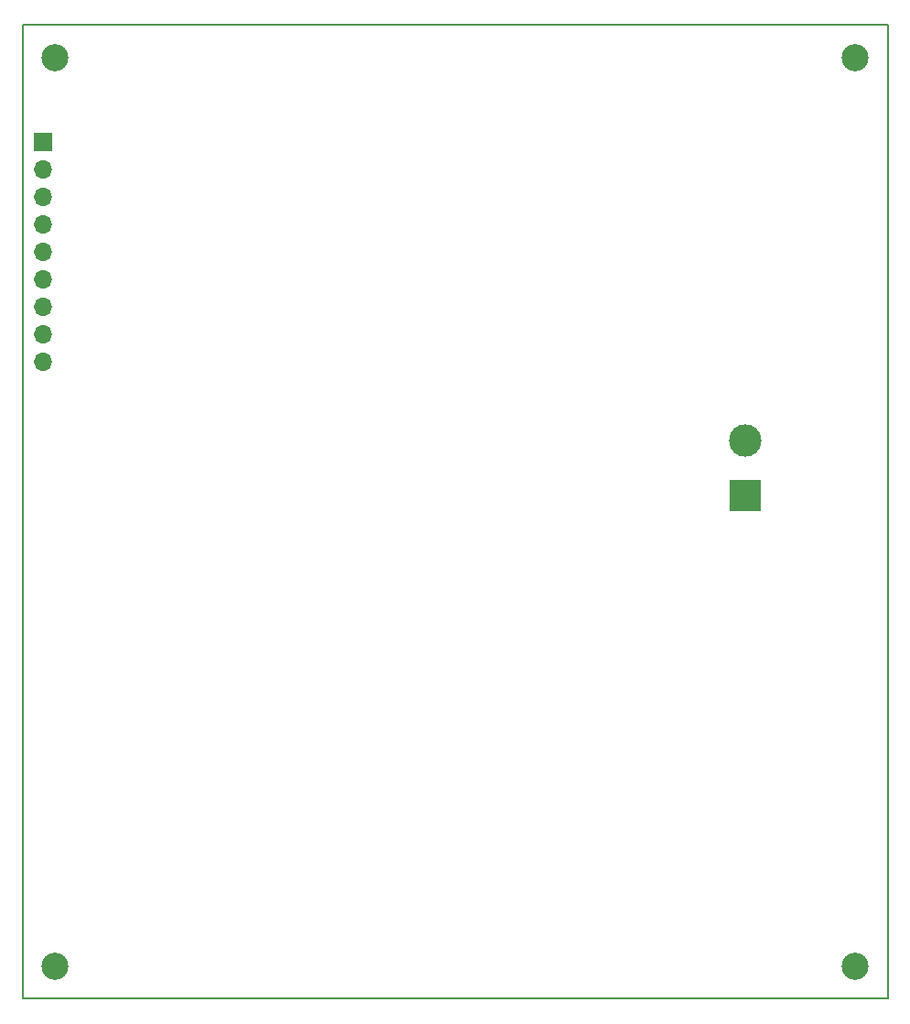
<source format=gbr>
%TF.GenerationSoftware,KiCad,Pcbnew,7.0.9*%
%TF.CreationDate,2024-04-08T13:16:24-03:00*%
%TF.ProjectId,v0.2,76302e32-2e6b-4696-9361-645f70636258,rev?*%
%TF.SameCoordinates,Original*%
%TF.FileFunction,Soldermask,Bot*%
%TF.FilePolarity,Negative*%
%FSLAX46Y46*%
G04 Gerber Fmt 4.6, Leading zero omitted, Abs format (unit mm)*
G04 Created by KiCad (PCBNEW 7.0.9) date 2024-04-08 13:16:24*
%MOMM*%
%LPD*%
G01*
G04 APERTURE LIST*
%ADD10C,2.500000*%
%ADD11R,1.700000X1.700000*%
%ADD12O,1.700000X1.700000*%
%ADD13R,3.000000X3.000000*%
%ADD14C,3.000000*%
%TA.AperFunction,Profile*%
%ADD15C,0.200000*%
%TD*%
G04 APERTURE END LIST*
D10*
%TO.C,H1*%
X53000000Y-137000000D03*
%TD*%
%TO.C,H2*%
X127000000Y-137000000D03*
%TD*%
D11*
%TO.C,J1*%
X51890000Y-60785000D03*
D12*
X51890000Y-63325000D03*
X51890000Y-65865000D03*
X51890000Y-68405000D03*
X51890000Y-70945000D03*
X51890000Y-73485000D03*
X51890000Y-76025000D03*
X51890000Y-78565000D03*
X51890000Y-81105000D03*
%TD*%
D10*
%TO.C,H4*%
X127000000Y-53000000D03*
%TD*%
%TO.C,H3*%
X53000000Y-53000000D03*
%TD*%
D13*
%TO.C,J2*%
X116800000Y-93540000D03*
D14*
X116800000Y-88460000D03*
%TD*%
D15*
X50000000Y-50000000D02*
X130000000Y-50000000D01*
X130000000Y-140000000D01*
X50000000Y-140000000D01*
X50000000Y-50000000D01*
M02*

</source>
